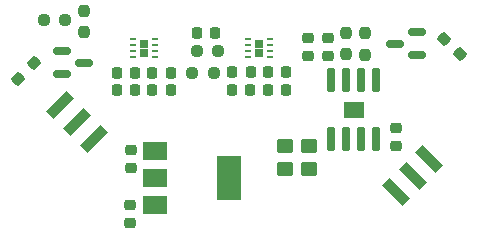
<source format=gbr>
%TF.GenerationSoftware,KiCad,Pcbnew,7.0.9*%
%TF.CreationDate,2024-03-22T22:57:52+02:00*%
%TF.ProjectId,Micromouse Power,4d696372-6f6d-46f7-9573-6520506f7765,v0.0.0*%
%TF.SameCoordinates,Original*%
%TF.FileFunction,Paste,Top*%
%TF.FilePolarity,Positive*%
%FSLAX46Y46*%
G04 Gerber Fmt 4.6, Leading zero omitted, Abs format (unit mm)*
G04 Created by KiCad (PCBNEW 7.0.9) date 2024-03-22 22:57:52*
%MOMM*%
%LPD*%
G01*
G04 APERTURE LIST*
G04 Aperture macros list*
%AMRoundRect*
0 Rectangle with rounded corners*
0 $1 Rounding radius*
0 $2 $3 $4 $5 $6 $7 $8 $9 X,Y pos of 4 corners*
0 Add a 4 corners polygon primitive as box body*
4,1,4,$2,$3,$4,$5,$6,$7,$8,$9,$2,$3,0*
0 Add four circle primitives for the rounded corners*
1,1,$1+$1,$2,$3*
1,1,$1+$1,$4,$5*
1,1,$1+$1,$6,$7*
1,1,$1+$1,$8,$9*
0 Add four rect primitives between the rounded corners*
20,1,$1+$1,$2,$3,$4,$5,0*
20,1,$1+$1,$4,$5,$6,$7,0*
20,1,$1+$1,$6,$7,$8,$9,0*
20,1,$1+$1,$8,$9,$2,$3,0*%
%AMRotRect*
0 Rectangle, with rotation*
0 The origin of the aperture is its center*
0 $1 length*
0 $2 width*
0 $3 Rotation angle, in degrees counterclockwise*
0 Add horizontal line*
21,1,$1,$2,0,0,$3*%
G04 Aperture macros list end*
%ADD10C,0.010000*%
%ADD11RoundRect,0.218750X-0.256250X0.218750X-0.256250X-0.218750X0.256250X-0.218750X0.256250X0.218750X0*%
%ADD12RoundRect,0.237500X0.250000X0.237500X-0.250000X0.237500X-0.250000X-0.237500X0.250000X-0.237500X0*%
%ADD13RoundRect,0.225000X-0.225000X-0.250000X0.225000X-0.250000X0.225000X0.250000X-0.225000X0.250000X0*%
%ADD14RotRect,0.900000X2.500000X135.000000*%
%ADD15R,2.000000X1.500000*%
%ADD16R,2.000000X3.800000*%
%ADD17RoundRect,0.237500X-0.237500X0.250000X-0.237500X-0.250000X0.237500X-0.250000X0.237500X0.250000X0*%
%ADD18RoundRect,0.225000X0.250000X-0.225000X0.250000X0.225000X-0.250000X0.225000X-0.250000X-0.225000X0*%
%ADD19R,0.750000X0.650000*%
%ADD20R,0.500000X0.250000*%
%ADD21RoundRect,0.225000X0.225000X0.250000X-0.225000X0.250000X-0.225000X-0.250000X0.225000X-0.250000X0*%
%ADD22RoundRect,0.150000X0.587500X0.150000X-0.587500X0.150000X-0.587500X-0.150000X0.587500X-0.150000X0*%
%ADD23RoundRect,0.225000X-0.250000X0.225000X-0.250000X-0.225000X0.250000X-0.225000X0.250000X0.225000X0*%
%ADD24RoundRect,0.237500X0.008839X0.344715X-0.344715X-0.008839X-0.008839X-0.344715X0.344715X0.008839X0*%
%ADD25RoundRect,0.237500X-0.344715X0.008839X0.008839X-0.344715X0.344715X-0.008839X-0.008839X0.344715X0*%
%ADD26RoundRect,0.042000X0.258000X-0.943000X0.258000X0.943000X-0.258000X0.943000X-0.258000X-0.943000X0*%
%ADD27RoundRect,0.150000X-0.587500X-0.150000X0.587500X-0.150000X0.587500X0.150000X-0.587500X0.150000X0*%
%ADD28RoundRect,0.237500X0.237500X-0.250000X0.237500X0.250000X-0.237500X0.250000X-0.237500X-0.250000X0*%
%ADD29RotRect,0.900000X2.500000X225.000000*%
%ADD30RoundRect,0.250000X-0.450000X0.350000X-0.450000X-0.350000X0.450000X-0.350000X0.450000X0.350000X0*%
G04 APERTURE END LIST*
%TO.C,U2*%
D10*
X172220000Y-120920000D02*
X170580000Y-120920000D01*
X170580000Y-119630000D01*
X172220000Y-119630000D01*
X172220000Y-120920000D01*
G36*
X172220000Y-120920000D02*
G01*
X170580000Y-120920000D01*
X170580000Y-119630000D01*
X172220000Y-119630000D01*
X172220000Y-120920000D01*
G37*
%TD*%
D11*
%TO.C,D1*%
X169220000Y-114175000D03*
X169220000Y-115750000D03*
%TD*%
D12*
%TO.C,R6*%
X159967300Y-115290600D03*
X158142300Y-115290600D03*
%TD*%
D13*
%TO.C,C12*%
X151360675Y-117129400D03*
X152910675Y-117129400D03*
%TD*%
%TO.C,C11*%
X161127000Y-118629400D03*
X162677000Y-118629400D03*
%TD*%
D14*
%TO.C,SW2*%
X149410200Y-122728362D03*
X147995987Y-121314148D03*
X146581773Y-119899935D03*
%TD*%
D15*
%TO.C,U1*%
X154600000Y-123770000D03*
X154600000Y-126070000D03*
D16*
X160900000Y-126070000D03*
D15*
X154600000Y-128370000D03*
%TD*%
D17*
%TO.C,R3*%
X170800000Y-113762500D03*
X170800000Y-115587500D03*
%TD*%
D18*
%TO.C,C2*%
X152530000Y-125205000D03*
X152530000Y-123655000D03*
%TD*%
D19*
%TO.C,U3*%
X163417000Y-115479400D03*
X163417000Y-114679400D03*
D20*
X164367000Y-115829400D03*
X164367000Y-115329400D03*
X164367000Y-114829400D03*
X164367000Y-114329400D03*
X162467000Y-114329400D03*
X162467000Y-114829400D03*
X162467000Y-115329400D03*
X162467000Y-115829400D03*
%TD*%
D21*
%TO.C,C8*%
X155930675Y-118629400D03*
X154380675Y-118629400D03*
%TD*%
D13*
%TO.C,C6*%
X158155000Y-113770000D03*
X159705000Y-113770000D03*
%TD*%
%TO.C,C13*%
X151360675Y-118629400D03*
X152910675Y-118629400D03*
%TD*%
D21*
%TO.C,C5*%
X165706999Y-117119400D03*
X164156999Y-117119400D03*
%TD*%
D17*
%TO.C,R2*%
X172350000Y-113777500D03*
X172350000Y-115602500D03*
%TD*%
D22*
%TO.C,Q1*%
X176756300Y-115631000D03*
X176756300Y-113731000D03*
X174881300Y-114681000D03*
%TD*%
D23*
%TO.C,C1*%
X152500000Y-128325000D03*
X152500000Y-129875000D03*
%TD*%
D24*
%TO.C,R8*%
X144307635Y-116347165D03*
X143017165Y-117637635D03*
%TD*%
D12*
%TO.C,R5*%
X159562500Y-117140000D03*
X157737500Y-117140000D03*
%TD*%
D25*
%TO.C,R7*%
X179104765Y-114279530D03*
X180395235Y-115570000D03*
%TD*%
D23*
%TO.C,C3*%
X175000000Y-121785000D03*
X175000000Y-123335000D03*
%TD*%
D26*
%TO.C,U2*%
X169495000Y-122750000D03*
X170765000Y-122750000D03*
X172035000Y-122750000D03*
X173305000Y-122750000D03*
X173305000Y-117800000D03*
X172035000Y-117800000D03*
X170765000Y-117800000D03*
X169495000Y-117800000D03*
%TD*%
D21*
%TO.C,C7*%
X155930675Y-117129400D03*
X154380675Y-117129400D03*
%TD*%
D27*
%TO.C,Q2*%
X146740400Y-115346400D03*
X146740400Y-117246400D03*
X148615400Y-116296400D03*
%TD*%
D28*
%TO.C,R10*%
X148590000Y-113713900D03*
X148590000Y-111888900D03*
%TD*%
D19*
%TO.C,U4*%
X153645675Y-115479400D03*
X153645675Y-114679400D03*
D20*
X154595675Y-115829400D03*
X154595675Y-115329400D03*
X154595675Y-114829400D03*
X154595675Y-114329400D03*
X152695675Y-114329400D03*
X152695675Y-114829400D03*
X152695675Y-115329400D03*
X152695675Y-115829400D03*
%TD*%
D13*
%TO.C,C10*%
X161137000Y-117119400D03*
X162687000Y-117119400D03*
%TD*%
D29*
%TO.C,SW1*%
X177811573Y-124454719D03*
X176397359Y-125868932D03*
X174983146Y-127283146D03*
%TD*%
D12*
%TO.C,R9*%
X146987900Y-112699800D03*
X145162900Y-112699800D03*
%TD*%
D30*
%TO.C,R4*%
X167610000Y-123330000D03*
X167610000Y-125330000D03*
%TD*%
D21*
%TO.C,C4*%
X165707000Y-118629401D03*
X164157000Y-118629401D03*
%TD*%
D11*
%TO.C,D2*%
X167513000Y-114175000D03*
X167513000Y-115750000D03*
%TD*%
D30*
%TO.C,R1*%
X165620000Y-123330000D03*
X165620000Y-125330000D03*
%TD*%
M02*

</source>
